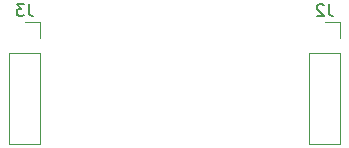
<source format=gbo>
%TF.GenerationSoftware,KiCad,Pcbnew,7.0.2-0*%
%TF.CreationDate,2023-07-19T22:29:02+01:00*%
%TF.ProjectId,serge-gain-cell,73657267-652d-4676-9169-6e2d63656c6c,rev?*%
%TF.SameCoordinates,Original*%
%TF.FileFunction,Legend,Bot*%
%TF.FilePolarity,Positive*%
%FSLAX46Y46*%
G04 Gerber Fmt 4.6, Leading zero omitted, Abs format (unit mm)*
G04 Created by KiCad (PCBNEW 7.0.2-0) date 2023-07-19 22:29:02*
%MOMM*%
%LPD*%
G01*
G04 APERTURE LIST*
%ADD10C,0.150000*%
%ADD11C,0.120000*%
G04 APERTURE END LIST*
D10*
%TO.C,J2*%
X182502133Y-96954619D02*
X182502133Y-97668904D01*
X182502133Y-97668904D02*
X182549752Y-97811761D01*
X182549752Y-97811761D02*
X182644990Y-97907000D01*
X182644990Y-97907000D02*
X182787847Y-97954619D01*
X182787847Y-97954619D02*
X182883085Y-97954619D01*
X182073561Y-97049857D02*
X182025942Y-97002238D01*
X182025942Y-97002238D02*
X181930704Y-96954619D01*
X181930704Y-96954619D02*
X181692609Y-96954619D01*
X181692609Y-96954619D02*
X181597371Y-97002238D01*
X181597371Y-97002238D02*
X181549752Y-97049857D01*
X181549752Y-97049857D02*
X181502133Y-97145095D01*
X181502133Y-97145095D02*
X181502133Y-97240333D01*
X181502133Y-97240333D02*
X181549752Y-97383190D01*
X181549752Y-97383190D02*
X182121180Y-97954619D01*
X182121180Y-97954619D02*
X181502133Y-97954619D01*
%TO.C,J3*%
X157102133Y-96954619D02*
X157102133Y-97668904D01*
X157102133Y-97668904D02*
X157149752Y-97811761D01*
X157149752Y-97811761D02*
X157244990Y-97907000D01*
X157244990Y-97907000D02*
X157387847Y-97954619D01*
X157387847Y-97954619D02*
X157483085Y-97954619D01*
X156721180Y-96954619D02*
X156102133Y-96954619D01*
X156102133Y-96954619D02*
X156435466Y-97335571D01*
X156435466Y-97335571D02*
X156292609Y-97335571D01*
X156292609Y-97335571D02*
X156197371Y-97383190D01*
X156197371Y-97383190D02*
X156149752Y-97430809D01*
X156149752Y-97430809D02*
X156102133Y-97526047D01*
X156102133Y-97526047D02*
X156102133Y-97764142D01*
X156102133Y-97764142D02*
X156149752Y-97859380D01*
X156149752Y-97859380D02*
X156197371Y-97907000D01*
X156197371Y-97907000D02*
X156292609Y-97954619D01*
X156292609Y-97954619D02*
X156578323Y-97954619D01*
X156578323Y-97954619D02*
X156673561Y-97907000D01*
X156673561Y-97907000D02*
X156721180Y-97859380D01*
D11*
%TO.C,J2*%
X183498800Y-108772000D02*
X180838800Y-108772000D01*
X183498800Y-101092000D02*
X183498800Y-108772000D01*
X183498800Y-101092000D02*
X180838800Y-101092000D01*
X183498800Y-99822000D02*
X183498800Y-98492000D01*
X183498800Y-98492000D02*
X182168800Y-98492000D01*
X180838800Y-101092000D02*
X180838800Y-108772000D01*
%TO.C,J3*%
X155438800Y-101092000D02*
X155438800Y-108772000D01*
X158098800Y-98492000D02*
X156768800Y-98492000D01*
X158098800Y-99822000D02*
X158098800Y-98492000D01*
X158098800Y-101092000D02*
X155438800Y-101092000D01*
X158098800Y-101092000D02*
X158098800Y-108772000D01*
X158098800Y-108772000D02*
X155438800Y-108772000D01*
%TD*%
M02*

</source>
